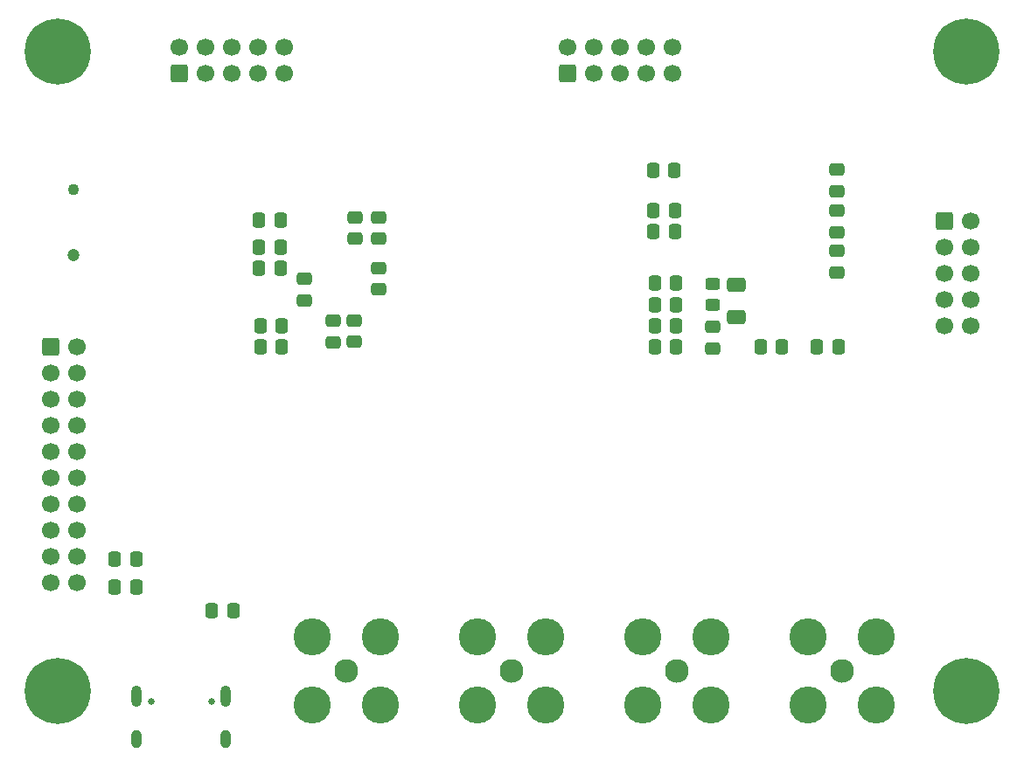
<source format=gbs>
G04 #@! TF.GenerationSoftware,KiCad,Pcbnew,9.0.5*
G04 #@! TF.CreationDate,2025-10-23T19:13:02+02:00*
G04 #@! TF.ProjectId,main-board,6d61696e-2d62-46f6-9172-642e6b696361,1.0a*
G04 #@! TF.SameCoordinates,Original*
G04 #@! TF.FileFunction,Soldermask,Bot*
G04 #@! TF.FilePolarity,Negative*
%FSLAX46Y46*%
G04 Gerber Fmt 4.6, Leading zero omitted, Abs format (unit mm)*
G04 Created by KiCad (PCBNEW 9.0.5) date 2025-10-23 19:13:02*
%MOMM*%
%LPD*%
G01*
G04 APERTURE LIST*
G04 Aperture macros list*
%AMRoundRect*
0 Rectangle with rounded corners*
0 $1 Rounding radius*
0 $2 $3 $4 $5 $6 $7 $8 $9 X,Y pos of 4 corners*
0 Add a 4 corners polygon primitive as box body*
4,1,4,$2,$3,$4,$5,$6,$7,$8,$9,$2,$3,0*
0 Add four circle primitives for the rounded corners*
1,1,$1+$1,$2,$3*
1,1,$1+$1,$4,$5*
1,1,$1+$1,$6,$7*
1,1,$1+$1,$8,$9*
0 Add four rect primitives between the rounded corners*
20,1,$1+$1,$2,$3,$4,$5,0*
20,1,$1+$1,$4,$5,$6,$7,0*
20,1,$1+$1,$6,$7,$8,$9,0*
20,1,$1+$1,$8,$9,$2,$3,0*%
G04 Aperture macros list end*
%ADD10C,0.650000*%
%ADD11O,1.000000X2.100000*%
%ADD12O,1.000000X1.800000*%
%ADD13C,6.400000*%
%ADD14RoundRect,0.250000X-0.600000X-0.600000X0.600000X-0.600000X0.600000X0.600000X-0.600000X0.600000X0*%
%ADD15C,1.700000*%
%ADD16RoundRect,0.250000X0.600000X-0.600000X0.600000X0.600000X-0.600000X0.600000X-0.600000X-0.600000X0*%
%ADD17RoundRect,0.250000X-0.337500X-0.475000X0.337500X-0.475000X0.337500X0.475000X-0.337500X0.475000X0*%
%ADD18RoundRect,0.250000X0.475000X-0.337500X0.475000X0.337500X-0.475000X0.337500X-0.475000X-0.337500X0*%
%ADD19RoundRect,0.250000X0.337500X0.475000X-0.337500X0.475000X-0.337500X-0.475000X0.337500X-0.475000X0*%
%ADD20RoundRect,0.250000X-0.475000X0.337500X-0.475000X-0.337500X0.475000X-0.337500X0.475000X0.337500X0*%
%ADD21C,2.300000*%
%ADD22C,3.600000*%
%ADD23C,1.200000*%
%ADD24C,1.100000*%
%ADD25RoundRect,0.250000X0.450000X-0.325000X0.450000X0.325000X-0.450000X0.325000X-0.450000X-0.325000X0*%
%ADD26RoundRect,0.250000X-0.650000X0.412500X-0.650000X-0.412500X0.650000X-0.412500X0.650000X0.412500X0*%
G04 APERTURE END LIST*
D10*
X35506000Y-93750200D03*
X41286000Y-93750200D03*
D11*
X34076000Y-93250200D03*
D12*
X34076000Y-97430200D03*
D11*
X42716000Y-93250200D03*
D12*
X42716000Y-97430200D03*
D13*
X26396000Y-30755200D03*
D14*
X25755000Y-59399200D03*
D15*
X28295000Y-59399200D03*
X25755000Y-61939200D03*
X28295000Y-61939200D03*
X25755000Y-64479200D03*
X28295000Y-64479200D03*
X25755000Y-67019200D03*
X28295000Y-67019200D03*
X25755000Y-69559200D03*
X28295000Y-69559200D03*
X25755000Y-72099200D03*
X28295000Y-72099200D03*
X25755000Y-74639200D03*
X28295000Y-74639200D03*
X25755000Y-77179200D03*
X28295000Y-77179200D03*
X25755000Y-79719200D03*
X28295000Y-79719200D03*
X25755000Y-82259200D03*
X28295000Y-82259200D03*
D13*
X114396000Y-92755200D03*
D14*
X112242000Y-47207200D03*
D15*
X114782000Y-47207200D03*
X112242000Y-49747200D03*
X114782000Y-49747200D03*
X112242000Y-52287200D03*
X114782000Y-52287200D03*
X112242000Y-54827200D03*
X114782000Y-54827200D03*
X112242000Y-57367200D03*
X114782000Y-57367200D03*
D16*
X38201000Y-32856200D03*
D15*
X38201000Y-30316200D03*
X40741000Y-32856200D03*
X40741000Y-30316200D03*
X43281000Y-32856200D03*
X43281000Y-30316200D03*
X45821000Y-32856200D03*
X45821000Y-30316200D03*
X48361000Y-32856200D03*
X48361000Y-30316200D03*
D17*
X46032000Y-59399200D03*
X48107000Y-59399200D03*
X84218000Y-53176200D03*
X86293000Y-53176200D03*
D18*
X89806000Y-59526200D03*
X89806000Y-57451200D03*
D17*
X84218000Y-59399200D03*
X86293000Y-59399200D03*
X84048000Y-42254200D03*
X86123000Y-42254200D03*
D19*
X101998000Y-59399200D03*
X99923000Y-59399200D03*
D17*
X41354500Y-84926200D03*
X43429500Y-84926200D03*
D20*
X57505000Y-51736200D03*
X57505000Y-53811200D03*
D17*
X46032000Y-57367200D03*
X48107000Y-57367200D03*
X84091000Y-48223200D03*
X86166000Y-48223200D03*
D21*
X102396000Y-90755200D03*
D22*
X105696000Y-94055200D03*
X105696000Y-87455200D03*
X99096000Y-94055200D03*
X99096000Y-87455200D03*
D16*
X75793000Y-32856200D03*
D15*
X75793000Y-30316200D03*
X78333000Y-32856200D03*
X78333000Y-30316200D03*
X80873000Y-32856200D03*
X80873000Y-30316200D03*
X83413000Y-32856200D03*
X83413000Y-30316200D03*
X85953000Y-32856200D03*
X85953000Y-30316200D03*
D23*
X27914000Y-50509200D03*
D24*
X27914000Y-44159200D03*
D21*
X54396000Y-90755200D03*
D22*
X57696000Y-94055200D03*
X57696000Y-87455200D03*
X51096000Y-94055200D03*
X51096000Y-87455200D03*
D21*
X70396000Y-90755200D03*
D22*
X73696000Y-94055200D03*
X73696000Y-87455200D03*
X67096000Y-94055200D03*
X67096000Y-87455200D03*
D21*
X86396000Y-90755200D03*
D22*
X89696000Y-94055200D03*
X89696000Y-87455200D03*
X83096000Y-94055200D03*
X83096000Y-87455200D03*
D19*
X34031500Y-79973200D03*
X31956500Y-79973200D03*
D17*
X84218000Y-57367200D03*
X86293000Y-57367200D03*
D20*
X101871000Y-46191200D03*
X101871000Y-48266200D03*
D19*
X96537000Y-59399200D03*
X94462000Y-59399200D03*
D17*
X45905000Y-49747200D03*
X47980000Y-49747200D03*
D25*
X89806000Y-55344200D03*
X89806000Y-53294200D03*
D20*
X101871000Y-42211200D03*
X101871000Y-44286200D03*
D17*
X45905000Y-51779200D03*
X47980000Y-51779200D03*
D19*
X34031500Y-82640200D03*
X31956500Y-82640200D03*
D18*
X53060000Y-58912700D03*
X53060000Y-56837700D03*
D17*
X84218000Y-55335200D03*
X86293000Y-55335200D03*
D18*
X50266000Y-54870200D03*
X50266000Y-52795200D03*
D26*
X92092000Y-53391700D03*
X92092000Y-56516700D03*
D20*
X101871000Y-50085200D03*
X101871000Y-52160200D03*
D18*
X55092000Y-58891200D03*
X55092000Y-56816200D03*
D20*
X57505000Y-46804700D03*
X57505000Y-48879700D03*
D17*
X45905000Y-47080200D03*
X47980000Y-47080200D03*
X84091000Y-46191200D03*
X86166000Y-46191200D03*
D20*
X55219000Y-46804700D03*
X55219000Y-48879700D03*
D13*
X26396000Y-92755200D03*
X114396000Y-30755200D03*
M02*

</source>
